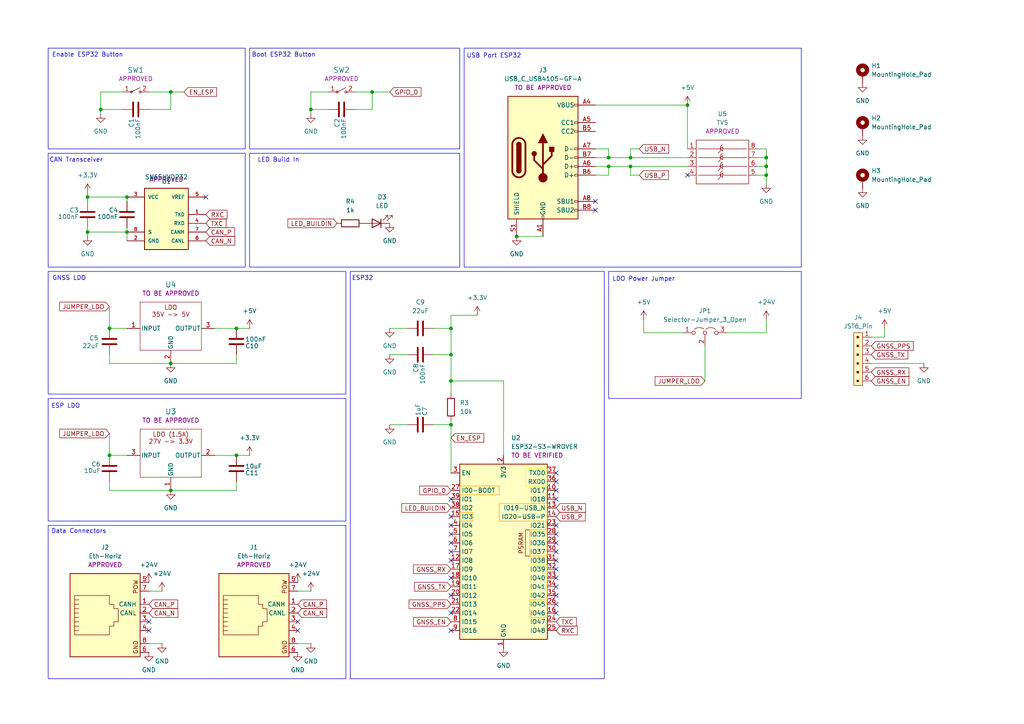
<source format=kicad_sch>
(kicad_sch (version 20231120) (generator "eeschema") (generator_version "8.0")
  (paper "A4")
  (lib_symbols
    (symbol "RoverLibrary:C-100nF" (pin_numbers hide) (pin_names (offset 0.254))
      (property "Reference" "C" (at -2.54 1.27 0))
      (property "Value" "100nF" (at -2.54 -0.635 0))
      (symbol "C-100nF_1_1"
        (pin passive line (at 0 3.81 270) (length 2.794) (name "~") (number "1"))
        (pin passive line (at 0 -3.81 90) (length 2.794) (name "~") (number "2"))
      )
    )
    (symbol "RoverLibrary:C-10uF" (pin_numbers hide) (pin_names (offset 0.254))
      (property "Reference" "C" (at -2.54 1.27 0))
      (property "Value" "10uF" (at -2.54 -0.635 0))
      (symbol "C-10uF_1_1"
        (pin passive line (at 0 3.81 270) (length 2.794) (name "~") (number "1"))
        (pin passive line (at 0 -3.81 90) (length 2.794) (name "~") (number "2"))
      )
    )
    (symbol "RoverLibrary:C-1uF" (pin_numbers hide) (pin_names (offset 0.254))
      (property "Reference" "C" (at -2.54 1.27 0))
      (property "Value" "1uF" (at -2.54 -0.635 0))
      (symbol "C-1uF_1_1"
        (pin passive line (at 0 3.81 270) (length 2.794) (name "~") (number "1"))
        (pin passive line (at 0 -3.81 90) (length 2.794) (name "~") (number "2"))
      )
    )
    (symbol "RoverLibrary:C-22uF" (pin_numbers hide) (pin_names (offset 0.254))
      (property "Reference" "C" (at 0.635 2.54 0))
      (property "Value" "22uF" (at 0.635 -2.54 0))
      (symbol "C-22uF_1_1"
        (pin passive line (at 0 3.81 270) (length 2.794) (name "~") (number "1"))
        (pin passive line (at 0 -3.81 90) (length 2.794) (name "~") (number "2"))
      )
    )
    (symbol "RoverLibrary:CAN-Transceiver-SN65HVD232" (pin_names (offset 1.016))
      (property "Reference" "U" (at 0 7.62 0))
      (property "Value" "SN65HVD232" (at 0 8.89 0))
      (property "STATUS" "APPROVED" (at -0.254 11.43 0))
      (symbol "CAN-Transceiver-SN65HVD232_0_0"
        (pin input line (at 11.43 -1.27 180) (length 5.08) (name "TXD") (number "1"))
        (pin power_in line (at -11.43 -8.89 0) (length 5.08) (name "GND") (number "2"))
        (pin power_in line (at -11.43 3.81 0) (length 5.08) (name "VCC") (number "3"))
        (pin output line (at 11.43 -3.81 180) (length 5.08) (name "RXD") (number "4"))
        (pin output line (at 11.43 3.81 180) (length 5.08) (name "VREF") (number "5"))
        (pin bidirectional line (at 11.43 -8.89 180) (length 5.08) (name "CANL") (number "6"))
        (pin bidirectional line (at 11.43 -6.35 180) (length 5.08) (name "CANH") (number "7"))
        (pin input line (at -11.43 -6.35 0) (length 5.08) (name "S") (number "8"))
      )
    )
    (symbol "RoverLibrary:CONN-JST-XH-B6B"
      (property "Reference" "J" (at 0 0 0))
      (property "Value" "JST6_Pin" (at 0.508 -18.542 0))
      (symbol "CONN-JST-XH-B6B_1_1"
        (pin passive line (at 3.175 -3.175 180) (length 2.54) (name "~") (number "1"))
        (pin passive line (at 3.175 -5.715 180) (length 2.54) (name "~") (number "2"))
        (pin passive line (at 3.175 -8.255 180) (length 2.54) (name "~") (number "3"))
        (pin passive line (at 3.175 -10.795 180) (length 2.54) (name "~") (number "4"))
        (pin passive line (at 3.175 -13.335 180) (length 2.54) (name "~") (number "5"))
        (pin passive line (at 3.175 -15.875 180) (length 2.54) (name "~") (number "6"))
      )
    )
    (symbol "RoverLibrary:ESP32-S3-WROVER"
      (property "Reference" "U" (at -12.7 26.67 0))
      (property "Value" "ESP32-S3-WROVER" (at 12.7 26.67 0))
      (property "STATUS" "TO BE VERIFIED" (at -12.446 28.956 0))
      (symbol "ESP32-S3-WROVER_0_0"
        (text "PSRAM" (at 5.08 2.54 900) (effects (font (size 1.27 1.27))))
      )
      (symbol "ESP32-S3-WROVER_1_1"
        (pin power_in line (at 0 -27.94 90) (length 2.54) (name "GND") (number "1"))
        (pin bidirectional line (at 15.24 17.78 180) (length 2.54) (name "IO17") (number "10"))
        (pin bidirectional line (at 15.24 15.24 180) (length 2.54) (name "IO18") (number "11"))
        (pin bidirectional line (at -15.24 -2.54 0) (length 2.54) (name "IO8") (number "12"))
        (pin bidirectional line (at 15.24 12.7 180) (length 2.54) (name "IO19-USB_N") (number "13"))
        (pin bidirectional line (at 15.24 10.16 180) (length 2.54) (name "IO20-USB-P") (number "14"))
        (pin bidirectional line (at -15.24 10.16 0) (length 2.54) (name "IO3") (number "15"))
        (pin bidirectional line (at 15.24 -17.78 180) (length 2.54) (name "IO46") (number "16"))
        (pin bidirectional line (at -15.24 -5.08 0) (length 2.54) (name "IO9") (number "17"))
        (pin bidirectional line (at -15.24 -7.62 0) (length 2.54) (name "IO10") (number "18"))
        (pin bidirectional line (at -15.24 -10.16 0) (length 2.54) (name "IO11") (number "19"))
        (pin power_in line (at 0 27.94 270) (length 2.54) (name "3V3") (number "2"))
        (pin bidirectional line (at -15.24 -12.7 0) (length 2.54) (name "IO12") (number "20"))
        (pin bidirectional line (at -15.24 -15.24 0) (length 2.54) (name "IO13") (number "21"))
        (pin bidirectional line (at -15.24 -17.78 0) (length 2.54) (name "IO14") (number "22"))
        (pin bidirectional line (at 15.24 7.62 180) (length 2.54) (name "IO21") (number "23"))
        (pin bidirectional line (at 15.24 -20.32 180) (length 2.54) (name "IO47") (number "24"))
        (pin bidirectional line (at 15.24 -22.86 180) (length 2.54) (name "IO48") (number "25"))
        (pin bidirectional line (at 15.24 -15.24 180) (length 2.54) (name "IO45") (number "26"))
        (pin bidirectional line (at -15.24 17.78 0) (length 2.54) (name "IO0-BOOT") (number "27"))
        (pin bidirectional line (at 15.24 5.08 180) (length 2.54) (name "IO35") (number "28"))
        (pin bidirectional line (at 15.24 2.54 180) (length 2.54) (name "IO36") (number "29"))
        (pin input line (at -15.24 22.86 0) (length 2.54) (name "EN") (number "3"))
        (pin bidirectional line (at 15.24 0 180) (length 2.54) (name "IO37") (number "30"))
        (pin bidirectional line (at 15.24 -2.54 180) (length 2.54) (name "IO38") (number "31"))
        (pin bidirectional line (at 15.24 -5.08 180) (length 2.54) (name "IO39") (number "32"))
        (pin bidirectional line (at 15.24 -7.62 180) (length 2.54) (name "IO40") (number "33"))
        (pin bidirectional line (at 15.24 -10.16 180) (length 2.54) (name "IO41") (number "34"))
        (pin bidirectional line (at 15.24 -12.7 180) (length 2.54) (name "IO42") (number "35"))
        (pin bidirectional line (at 15.24 20.32 180) (length 2.54) (name "RXD0") (number "36"))
        (pin bidirectional line (at 15.24 22.86 180) (length 2.54) (name "TXD0") (number "37"))
        (pin bidirectional line (at -15.24 12.7 0) (length 2.54) (name "IO2") (number "38"))
        (pin bidirectional line (at -15.24 15.24 0) (length 2.54) (name "IO1") (number "39"))
        (pin bidirectional line (at -15.24 7.62 0) (length 2.54) (name "IO4") (number "4"))
        (pin passive line (at 0 -27.94 90) (length 2.54) hide (name "GND") (number "40"))
        (pin passive line (at 0 -27.94 90) (length 2.54) hide (name "GND") (number "41"))
        (pin bidirectional line (at -15.24 5.08 0) (length 2.54) (name "IO5") (number "5"))
        (pin bidirectional line (at -15.24 2.54 0) (length 2.54) (name "IO6") (number "6"))
        (pin bidirectional line (at -15.24 0 0) (length 2.54) (name "IO7") (number "7"))
        (pin bidirectional line (at -15.24 -20.32 0) (length 2.54) (name "IO15") (number "8"))
        (pin bidirectional line (at -15.24 -22.86 0) (length 2.54) (name "IO16") (number "9"))
      )
    )
    (symbol "RoverLibrary:Eth-Horiz-54601-908WPLF" (pin_names (offset 1.016))
      (property "Reference" "J" (at -5.08 13.97 0))
      (property "Value" "Eth-Horiz" (at 2.54 13.97 0))
      (property "STATUS" "APPROVED" (at -4.826 16.002 0))
      (symbol "Eth-Horiz-54601-908WPLF_1_1"
        (text "GND" (at 6.35 -8.636 900) (effects (font (size 1.27 1.27))))
        (text "POW" (at 6.35 8.89 900) (effects (font (size 1.27 1.27))))
        (pin passive line (at 10.16 3.81 180) (length 2.54) (name "CANH") (number "1"))
        (pin passive line (at 10.16 1.27 180) (length 2.54) (name "CANL") (number "2"))
        (pin passive line (at 10.16 -1.27 180) (length 2.54) (name "~") (number "3"))
        (pin passive line (at 10.16 -3.81 180) (length 2.54) (name "~") (number "4"))
        (pin passive line (at 10.16 10.16 180) (length 2.54) (name "~") (number "5"))
        (pin passive line (at 10.16 -10.16 180) (length 2.54) (name "~") (number "6"))
        (pin passive line (at 10.16 7.62 180) (length 2.54) (name "~") (number "7"))
        (pin passive line (at 10.16 -7.62 180) (length 2.54) (name "~") (number "8"))
      )
    )
    (symbol "RoverLibrary:LDO-LD1086DT33TR" (pin_names (offset 0.254))
      (property "Reference" "U" (at 0 1.27 0))
      (property "STATUS" "TO BE APPROVED" (at 0 3.302 0))
      (symbol "LDO-LD1086DT33TR_1_1"
        (text "LDO (1.5A)\n27V -> 3.3V\n" (at 0 -2.54 0) (effects (font (size 1.27 1.27))))
        (pin power_out line (at 0 -17.78 90) (length 3.81) (name "GND") (number "1"))
        (pin output line (at 12.7 -7.62 180) (length 3.81) (name "OUTPUT") (number "2"))
        (pin input line (at -12.7 -7.62 0) (length 3.81) (name "INPUT") (number "3"))
      )
    )
    (symbol "RoverLibrary:LDO-LM7805MPX/NOPB" (pin_names (offset 0.254))
      (property "Reference" "U" (at 0 1.27 0))
      (property "STATUS" "TO BE APPROVED" (at 0 3.048 0))
      (symbol "LDO-LM7805MPX/NOPB_1_1"
        (text "LDO\n35V -> 5V\n" (at 0 -2.54 0) (effects (font (size 1.27 1.27))))
        (pin input line (at -12.7 -7.62 0) (length 3.81) (name "INPUT") (number "1"))
        (pin power_out line (at 0 -17.78 90) (length 3.81) (name "GND") (number "2"))
        (pin output line (at 12.7 -7.62 180) (length 3.81) (name "OUTPUT") (number "3"))
      )
    )
    (symbol "RoverLibrary:LED" (pin_numbers hide) (pin_names (offset 1.016) hide)
      (property "Reference" "D" (at 0 2.54 0))
      (property "Value" "LED" (at 0 -2.54 0))
      (symbol "LED_1_1"
        (pin passive line (at -3.81 0 0) (length 2.54) (name "K") (number "1"))
        (pin passive line (at 3.81 0 180) (length 2.54) (name "A") (number "2"))
      )
    )
    (symbol "RoverLibrary:MountingHole_Pad" (pin_numbers hide) (pin_names (offset 1.016) hide) (exclude_from_sim yes) (in_bom no)
      (property "Reference" "H" (at 0 6.35 0))
      (property "Value" "MountingHole_Pad" (at 0 4.445 0))
      (symbol "MountingHole_Pad_1_1"
        (pin input line (at 0 -2.54 90) (length 2.54) (name "1") (number "1"))
      )
    )
    (symbol "RoverLibrary:PushButton-TS09-63-25-WT-160-SMT-TR" (pin_names (offset 0.254))
      (property "Reference" "SW" (at 0 3.81 0))
      (property "STATUS" "APPROVED" (at 0 0 0))
      (symbol "PushButton-TS09-63-25-WT-160-SMT-TR_1_1"
        (pin bidirectional line (at -3.81 0 0) (length 2.54) (name "") (number "1"))
        (pin bidirectional line (at 3.81 0 180) (length 2.54) (name "") (number "2"))
      )
    )
    (symbol "RoverLibrary:R-10k" (pin_numbers hide) (pin_names (offset 0))
      (property "Reference" "R" (at 2.032 0 90))
      (property "Value" "10k" (at 0 0 90))
      (symbol "R-10k_1_1"
        (pin passive line (at 0 3.81 270) (length 1.27) (name "~") (number "1"))
        (pin passive line (at 0 -3.81 90) (length 1.27) (name "~") (number "2"))
      )
    )
    (symbol "RoverLibrary:R-1k" (pin_numbers hide) (pin_names (offset 0))
      (property "Reference" "R" (at 2.032 0 90))
      (property "Value" "1k" (at 0 0 90))
      (symbol "R-1k_1_1"
        (pin passive line (at 0 3.81 270) (length 1.27) (name "~") (number "1"))
        (pin passive line (at 0 -3.81 90) (length 1.27) (name "~") (number "2"))
      )
    )
    (symbol "RoverLibrary:Selector-Jumper_3_Open" (pin_names (offset 0) hide) (exclude_from_sim yes) (in_bom no)
      (property "Reference" "JP" (at -2.54 -2.54 0))
      (property "Value" "Selector-Jumper_3_Open" (at 0 2.794 0))
      (symbol "Selector-Jumper_3_Open_1_1"
        (pin passive line (at -6.35 0 0) (length 2.54) (name "A") (number "1"))
        (pin passive line (at 0 -3.81 90) (length 2.54) (name "C") (number "2"))
        (pin passive line (at 6.35 0 180) (length 2.54) (name "B") (number "3"))
      )
    )
    (symbol "RoverLibrary:TVS-SMDB03CE3/TR7TR-ND"
      (property "Reference" "U" (at 0 1.27 0))
      (property "Value" "TVS" (at 0 0 0))
      (property "STATYS" "APPROVED" (at 0 2.794 0))
      (symbol "TVS-SMDB03CE3/TR7TR-ND_1_1"
        (pin passive line (at -10.16 -3.81 0) (length 2.54) (name "") (number "1"))
        (pin passive line (at -10.16 -6.35 0) (length 2.54) (name "") (number "2"))
        (pin passive line (at -10.16 -8.89 0) (length 2.54) (name "") (number "3"))
        (pin passive line (at -10.16 -11.43 0) (length 2.54) (name "") (number "4"))
        (pin passive line (at 10.16 -11.43 180) (length 2.54) (name "") (number "5"))
        (pin passive line (at 10.16 -8.89 180) (length 2.54) (name "") (number "6"))
        (pin passive line (at 10.16 -6.35 180) (length 2.54) (name "") (number "7"))
        (pin passive line (at 10.16 -3.81 180) (length 2.54) (name "") (number "8"))
      )
    )
    (symbol "RoverLibrary:USB_C_USB4105-GF-A" (pin_names (offset 1.016))
      (property "Reference" "J" (at 0 22.225 0))
      (property "Value" "USB_C_USB4105-GF-A" (at 0 19.685 0))
      (property "STATUS" "TO BE APPROVED" (at 0 24.13 0))
      (symbol "USB_C_USB4105-GF-A_1_1"
        (pin passive line (at 0 -22.86 90) (length 5.08) (name "GND") (number "A1"))
        (pin passive line (at 0 -22.86 90) (length 5.08) hide (name "GND") (number "A12"))
        (pin passive line (at 15.24 15.24 180) (length 5.08) (name "VBUS") (number "A4"))
        (pin bidirectional line (at 15.24 10.16 180) (length 5.08) (name "CC1") (number "A5"))
        (pin bidirectional line (at 15.24 -2.54 180) (length 5.08) (name "D+") (number "A6"))
        (pin bidirectional line (at 15.24 2.54 180) (length 5.08) (name "D-") (number "A7"))
        (pin bidirectional line (at 15.24 -12.7 180) (length 5.08) (name "SBU1") (number "A8"))
        (pin passive line (at 15.24 15.24 180) (length 5.08) hide (name "VBUS") (number "A9"))
        (pin passive line (at 0 -22.86 90) (length 5.08) hide (name "GND") (number "B1"))
        (pin passive line (at 0 -22.86 90) (length 5.08) hide (name "GND") (number "B12"))
        (pin passive line (at 15.24 15.24 180) (length 5.08) hide (name "VBUS") (number "B4"))
        (pin bidirectional line (at 15.24 7.62 180) (length 5.08) (name "CC2") (number "B5"))
        (pin bidirectional line (at 15.24 -5.08 180) (length 5.08) (name "D+") (number "B6"))
        (pin bidirectional line (at 15.24 0 180) (length 5.08) (name "D-") (number "B7"))
        (pin bidirectional line (at 15.24 -15.24 180) (length 5.08) (name "SBU2") (number "B8"))
        (pin passive line (at 15.24 15.24 180) (length 5.08) hide (name "VBUS") (number "B9"))
        (pin passive line (at -7.62 -22.86 90) (length 5.08) (name "SHIELD") (number "S1"))
      )
    )
    (symbol "power:+24V" (power) (pin_numbers hide) (pin_names (offset 0) hide)
      (property "Value" "+24V" (at 0 3.556 0))
      (symbol "+24V_1_1"
        (pin power_in line (at 0 0 90) (length 0) (name "~") (number "1"))
      )
    )
    (symbol "power:+3.3V" (power) (pin_numbers hide) (pin_names (offset 0) hide)
      (property "Value" "+3.3V" (at 0 3.556 0))
      (symbol "+3.3V_1_1"
        (pin power_in line (at 0 0 90) (length 0) (name "~") (number "1"))
      )
    )
    (symbol "power:+5V" (power) (pin_numbers hide) (pin_names (offset 0) hide)
      (property "Value" "+5V" (at 0 3.556 0))
      (symbol "+5V_1_1"
        (pin power_in line (at 0 0 90) (length 0) (name "~") (number "1"))
      )
    )
    (symbol "power:GND" (power) (pin_numbers hide) (pin_names (offset 0) hide)
      (property "Value" "GND" (at 0 -3.81 0))
      (symbol "GND_1_1"
        (pin power_in line (at 0 0 270) (length 0) (name "~") (number "1"))
      )
    )
  )
  (junction (at 68.58 132.08))
  (junction (at 36.83 57.15))
  (junction (at 149.86 68.58))
  (junction (at 222.25 50.8))
  (junction (at 68.58 95.25))
  (junction (at 222.25 45.72))
  (junction (at 31.75 132.08))
  (junction (at 199.39 30.48))
  (junction (at 49.53 142.24))
  (junction (at 182.88 48.26))
  (junction (at 176.53 45.72))
  (junction (at 130.81 123.19))
  (junction (at 36.83 67.31))
  (junction (at 176.53 48.26))
  (junction (at 107.95 26.67))
  (junction (at 29.21 31.75))
  (junction (at 130.81 102.87))
  (junction (at 90.17 31.75))
  (junction (at 25.4 67.31))
  (junction (at 182.88 45.72))
  (junction (at 49.53 26.67))
  (junction (at 222.25 48.26))
  (junction (at 25.4 57.15))
  (junction (at 130.81 110.49))
  (junction (at 31.75 95.25))
  (junction (at 130.81 95.25))
  (junction (at 49.53 105.41))
  (no_connect (at 161.29 160.02))
  (no_connect (at 130.81 172.72))
  (no_connect (at 86.36 182.88))
  (no_connect (at 130.81 157.48))
  (no_connect (at 130.81 149.86))
  (no_connect (at 161.29 177.8))
  (no_connect (at 161.29 175.26))
  (no_connect (at 161.29 152.4))
  (no_connect (at 130.81 152.4))
  (no_connect (at 130.81 162.56))
  (no_connect (at 130.81 154.94))
  (no_connect (at 161.29 144.78))
  (no_connect (at 59.69 57.15))
  (no_connect (at 130.81 167.64))
  (no_connect (at 130.81 160.02))
  (no_connect (at 43.18 180.34))
  (no_connect (at 86.36 180.34))
  (no_connect (at 161.29 167.64))
  (no_connect (at 172.72 58.42))
  (no_connect (at 161.29 142.24))
  (no_connect (at 172.72 60.96))
  (no_connect (at 43.18 182.88))
  (no_connect (at 161.29 165.1))
  (no_connect (at 199.39 50.8))
  (no_connect (at 161.29 137.16))
  (no_connect (at 130.81 144.78))
  (no_connect (at 130.81 182.88))
  (no_connect (at 161.29 157.48))
  (no_connect (at 161.29 139.7))
  (no_connect (at 161.29 162.56))
  (no_connect (at 161.29 154.94))
  (no_connect (at 130.81 177.8))
  (no_connect (at 161.29 170.18))
  (no_connect (at 161.29 172.72))
  (wire (pts (xy 182.88 48.26) (xy 199.39 48.26)))
  (wire (pts (xy 68.58 102.87) (xy 68.58 105.41)))
  (wire (pts (xy 222.25 43.18) (xy 222.25 45.72)))
  (wire (pts (xy 35.56 26.67) (xy 29.21 26.67)))
  (wire (pts (xy 68.58 132.08) (xy 72.39 132.08)))
  (wire (pts (xy 36.83 66.04) (xy 36.83 67.31)))
  (wire (pts (xy 172.72 48.26) (xy 176.53 48.26)))
  (wire (pts (xy 222.25 48.26) (xy 222.25 50.8)))
  (wire (pts (xy 90.17 31.75) (xy 95.25 31.75)))
  (wire (pts (xy 68.58 95.25) (xy 72.39 95.25)))
  (wire (pts (xy 130.81 102.87) (xy 130.81 110.49)))
  (wire (pts (xy 86.36 171.45) (xy 90.17 171.45)))
  (wire (pts (xy 130.81 91.44) (xy 130.81 95.25)))
  (wire (pts (xy 219.71 48.26) (xy 222.25 48.26)))
  (wire (pts (xy 25.4 55.88) (xy 25.4 57.15)))
  (wire (pts (xy 29.21 26.67) (xy 29.21 31.75)))
  (wire (pts (xy 219.71 50.8) (xy 222.25 50.8)))
  (wire (pts (xy 186.69 92.71) (xy 186.69 96.52)))
  (wire (pts (xy 182.88 45.72) (xy 199.39 45.72)))
  (wire (pts (xy 43.18 186.69) (xy 46.99 186.69)))
  (wire (pts (xy 125.73 123.19) (xy 130.81 123.19)))
  (wire (pts (xy 130.81 123.19) (xy 130.81 137.16)))
  (wire (pts (xy 49.53 26.67) (xy 53.34 26.67)))
  (wire (pts (xy 25.4 66.04) (xy 25.4 67.31)))
  (wire (pts (xy 172.72 43.18) (xy 176.53 43.18)))
  (wire (pts (xy 113.03 95.25) (xy 118.11 95.25)))
  (wire (pts (xy 125.73 95.25) (xy 130.81 95.25)))
  (wire (pts (xy 182.88 43.18) (xy 185.42 43.18)))
  (wire (pts (xy 25.4 67.31) (xy 25.4 68.58)))
  (wire (pts (xy 90.17 26.67) (xy 90.17 31.75)))
  (wire (pts (xy 113.03 102.87) (xy 118.11 102.87)))
  (wire (pts (xy 36.83 67.31) (xy 25.4 67.31)))
  (wire (pts (xy 176.53 48.26) (xy 182.88 48.26)))
  (wire (pts (xy 107.95 31.75) (xy 102.87 31.75)))
  (wire (pts (xy 95.25 26.67) (xy 90.17 26.67)))
  (wire (pts (xy 182.88 50.8) (xy 185.42 50.8)))
  (wire (pts (xy 62.23 132.08) (xy 68.58 132.08)))
  (wire (pts (xy 43.18 26.67) (xy 49.53 26.67)))
  (wire (pts (xy 210.82 96.52) (xy 222.25 96.52)))
  (wire (pts (xy 49.53 31.75) (xy 43.18 31.75)))
  (wire (pts (xy 49.53 105.41) (xy 68.58 105.41)))
  (wire (pts (xy 31.75 125.73) (xy 31.75 132.08)))
  (wire (pts (xy 29.21 31.75) (xy 29.21 33.02)))
  (wire (pts (xy 256.54 95.25) (xy 256.54 97.79)))
  (wire (pts (xy 222.25 50.8) (xy 222.25 53.34)))
  (wire (pts (xy 252.73 97.79) (xy 256.54 97.79)))
  (wire (pts (xy 49.53 142.24) (xy 68.58 142.24)))
  (wire (pts (xy 31.75 95.25) (xy 36.83 95.25)))
  (wire (pts (xy 113.03 123.19) (xy 118.11 123.19)))
  (wire (pts (xy 130.81 95.25) (xy 130.81 102.87)))
  (wire (pts (xy 149.86 68.58) (xy 157.48 68.58)))
  (wire (pts (xy 146.05 110.49) (xy 146.05 132.08)))
  (wire (pts (xy 31.75 142.24) (xy 49.53 142.24)))
  (wire (pts (xy 31.75 102.87) (xy 31.75 105.41)))
  (wire (pts (xy 130.81 121.92) (xy 130.81 123.19)))
  (wire (pts (xy 182.88 48.26) (xy 182.88 50.8)))
  (wire (pts (xy 36.83 57.15) (xy 36.83 58.42)))
  (wire (pts (xy 172.72 50.8) (xy 176.53 50.8)))
  (wire (pts (xy 219.71 43.18) (xy 222.25 43.18)))
  (wire (pts (xy 90.17 31.75) (xy 90.17 33.02)))
  (wire (pts (xy 176.53 48.26) (xy 176.53 50.8)))
  (wire (pts (xy 102.87 26.67) (xy 107.95 26.67)))
  (wire (pts (xy 107.95 26.67) (xy 113.03 26.67)))
  (wire (pts (xy 252.73 105.41) (xy 267.97 105.41)))
  (wire (pts (xy 62.23 95.25) (xy 68.58 95.25)))
  (wire (pts (xy 29.21 31.75) (xy 35.56 31.75)))
  (wire (pts (xy 25.4 57.15) (xy 25.4 58.42)))
  (wire (pts (xy 43.18 171.45) (xy 46.99 171.45)))
  (wire (pts (xy 172.72 30.48) (xy 199.39 30.48)))
  (wire (pts (xy 172.72 45.72) (xy 176.53 45.72)))
  (wire (pts (xy 86.36 186.69) (xy 90.17 186.69)))
  (wire (pts (xy 130.81 110.49) (xy 146.05 110.49)))
  (wire (pts (xy 31.75 132.08) (xy 36.83 132.08)))
  (wire (pts (xy 49.53 105.41) (xy 31.75 105.41)))
  (wire (pts (xy 130.81 91.44) (xy 138.43 91.44)))
  (wire (pts (xy 130.81 110.49) (xy 130.81 114.3)))
  (wire (pts (xy 36.83 67.31) (xy 36.83 69.85)))
  (wire (pts (xy 186.69 96.52) (xy 198.12 96.52)))
  (wire (pts (xy 68.58 139.7) (xy 68.58 142.24)))
  (wire (pts (xy 204.47 100.33) (xy 204.47 110.49)))
  (wire (pts (xy 31.75 88.9) (xy 31.75 95.25)))
  (wire (pts (xy 107.95 26.67) (xy 107.95 31.75)))
  (wire (pts (xy 176.53 45.72) (xy 182.88 45.72)))
  (wire (pts (xy 36.83 57.15) (xy 25.4 57.15)))
  (wire (pts (xy 219.71 45.72) (xy 222.25 45.72)))
  (wire (pts (xy 125.73 102.87) (xy 130.81 102.87)))
  (wire (pts (xy 182.88 45.72) (xy 182.88 43.18)))
  (wire (pts (xy 49.53 26.67) (xy 49.53 31.75)))
  (wire (pts (xy 31.75 139.7) (xy 31.75 142.24)))
  (wire (pts (xy 199.39 30.48) (xy 199.39 43.18)))
  (wire (pts (xy 222.25 45.72) (xy 222.25 48.26)))
  (wire (pts (xy 176.53 43.18) (xy 176.53 45.72)))
  (wire (pts (xy 222.25 92.71) (xy 222.25 96.52)))
  (rectangle (start 176.53 78.74) (end 232.41 115.57))
  (rectangle (start 13.97 44.45) (end 71.12 77.47))
  (rectangle (start 13.97 78.74) (end 100.33 114.3))
  (rectangle (start 101.6 78.74) (end 175.26 196.85))
  (rectangle (start 72.39 44.45) (end 133.35 77.47))
  (rectangle (start 29.21 29.21) (end 29.21 29.21))
  (rectangle (start 134.62 13.97) (end 232.41 77.47))
  (rectangle (start 13.97 13.97) (end 71.12 43.18))
  (rectangle (start 72.39 13.97) (end 133.35 43.18))
  (rectangle (start 13.97 152.4) (end 100.33 196.85))
  (rectangle (start 13.97 115.57) (end 100.33 151.13))
  (text "Enable ESP32 Button" (at 25.4 16.002 0) (effects (font (size 1.27 1.27))))
  (text "Data Connectors" (at 22.86 154.178 0) (effects (font (size 1.27 1.27))))
  (text "Boot ESP32 Button" (at 82.296 16.002 0) (effects (font (size 1.27 1.27))))
  (text "LED Build In" (at 80.772 46.482 0) (effects (font (size 1.27 1.27))))
  (text "ESP32" (at 105.156 80.772 0) (effects (font (size 1.27 1.27))))
  (text "CAN Transceiver" (at 22.098 46.482 0) (effects (font (size 1.27 1.27))))
  (text "ESP LDO" (at 19.05 117.856 0) (effects (font (size 1.27 1.27))))
  (text "GNSS LDO" (at 20.066 80.772 0) (effects (font (size 1.27 1.27))))
  (text "LDO Power Jumper" (at 186.69 81.026 0) (effects (font (size 1.27 1.27))))
  (text "USB Port ESP32" (at 143.256 16.256 0) (effects (font (size 1.27 1.27))))
  (global_label "GPIO_0" (shape input) (at 113.03 26.67 0) (property "Intersheetrefs" "${INTERSHEET_REFS}" (effects (hide yes))))
  (global_label "RXC" (shape input) (at 161.29 182.88 0) (property "Intersheetrefs" "${INTERSHEET_REFS}" (effects (hide yes))))
  (global_label "GNSS_RX" (shape input) (at 130.81 165.1 180) (property "Intersheetrefs" "${INTERSHEET_REFS}" (effects (hide yes))))
  (global_label "GNSS_EN" (shape input) (at 130.81 180.34 180) (property "Intersheetrefs" "${INTERSHEET_REFS}" (effects (hide yes))))
  (global_label "CAN_P" (shape input) (at 43.18 175.26 0) (property "Intersheetrefs" "${INTERSHEET_REFS}" (effects (hide yes))))
  (global_label "EN_ESP" (shape input) (at 53.34 26.67 0) (property "Intersheetrefs" "${INTERSHEET_REFS}" (effects (hide yes))))
  (global_label "USB_N" (shape input) (at 185.42 43.18 0) (property "Intersheetrefs" "${INTERSHEET_REFS}" (effects (hide yes))))
  (global_label "GNSS_EN" (shape input) (at 252.73 110.49 0) (property "Intersheetrefs" "${INTERSHEET_REFS}" (effects (hide yes))))
  (global_label "JUMPER_LDO" (shape input) (at 31.75 88.9 180) (property "Intersheetrefs" "${INTERSHEET_REFS}" (effects (hide yes))))
  (global_label "GNSS_RX" (shape input) (at 252.73 107.95 0) (property "Intersheetrefs" "${INTERSHEET_REFS}" (effects (hide yes))))
  (global_label "TXC" (shape input) (at 59.69 64.77 0) (property "Intersheetrefs" "${INTERSHEET_REFS}" (effects (hide yes))))
  (global_label "USB_N" (shape input) (at 161.29 147.32 0) (property "Intersheetrefs" "${INTERSHEET_REFS}" (effects (hide yes))))
  (global_label "TXC" (shape input) (at 161.29 180.34 0) (property "Intersheetrefs" "${INTERSHEET_REFS}" (effects (hide yes))))
  (global_label "RXC" (shape input) (at 59.69 62.23 0) (property "Intersheetrefs" "${INTERSHEET_REFS}" (effects (hide yes))))
  (global_label "USB_P" (shape input) (at 185.42 50.8 0) (property "Intersheetrefs" "${INTERSHEET_REFS}" (effects (hide yes))))
  (global_label "CAN_P" (shape input) (at 59.69 67.31 0) (property "Intersheetrefs" "${INTERSHEET_REFS}" (effects (hide yes))))
  (global_label "LED_BUILDIN" (shape input) (at 130.81 147.32 180) (property "Intersheetrefs" "${INTERSHEET_REFS}" (effects (hide yes))))
  (global_label "GNSS_TX" (shape input) (at 130.81 170.18 180) (property "Intersheetrefs" "${INTERSHEET_REFS}" (effects (hide yes))))
  (global_label "GNSS_TX" (shape input) (at 252.73 102.87 0) (property "Intersheetrefs" "${INTERSHEET_REFS}" (effects (hide yes))))
  (global_label "LED_BUILDIN" (shape input) (at 97.79 64.77 180) (property "Intersheetrefs" "${INTERSHEET_REFS}" (effects (hide yes))))
  (global_label "CAN_N" (shape input) (at 86.36 177.8 0) (property "Intersheetrefs" "${INTERSHEET_REFS}" (effects (hide yes))))
  (global_label "CAN_P" (shape input) (at 86.36 175.26 0) (property "Intersheetrefs" "${INTERSHEET_REFS}" (effects (hide yes))))
  (global_label "JUMPER_LDO" (shape input) (at 204.47 110.49 180) (property "Intersheetrefs" "${INTERSHEET_REFS}" (effects (hide yes))))
  (global_label "JUMPER_LDO" (shape input) (at 31.75 125.73 180) (property "Intersheetrefs" "${INTERSHEET_REFS}" (effects (hide yes))))
  (global_label "USB_P" (shape input) (at 161.29 149.86 0) (property "Intersheetrefs" "${INTERSHEET_REFS}" (effects (hide yes))))
  (global_label "GNSS_PPS" (shape input) (at 130.81 175.26 180) (property "Intersheetrefs" "${INTERSHEET_REFS}" (effects (hide yes))))
  (global_label "EN_ESP" (shape input) (at 130.81 127 0) (property "Intersheetrefs" "${INTERSHEET_REFS}" (effects (hide yes))))
  (global_label "GPIO_0" (shape input) (at 130.81 142.24 180) (property "Intersheetrefs" "${INTERSHEET_REFS}" (effects (hide yes))))
  (global_label "GNSS_PPS" (shape input) (at 252.73 100.33 0) (property "Intersheetrefs" "${INTERSHEET_REFS}" (effects (hide yes))))
  (global_label "CAN_N" (shape input) (at 59.69 69.85 0) (property "Intersheetrefs" "${INTERSHEET_REFS}" (effects (hide yes))))
  (global_label "CAN_N" (shape input) (at 43.18 177.8 0) (property "Intersheetrefs" "${INTERSHEET_REFS}" (effects (hide yes))))
  (symbol (lib_id "RoverLibrary:LDO-LD1086DT33TR") (at 49.53 124.46 0) (unit 1)
    (property "Reference" "U3" (at 49.53 119.38 0) (effects (font (size 1.524 1.524))))
    (property "Value" "LD1086DT33TR" (effects (hide yes)))
    (property "Footprint" "Package_TO_SOT_SMD:TO-252-2" (effects (hide yes)))
    (property "Datasheet" "https://www.st.com/content/ccc/resource/technical/document/datasheet/53/db/00/58/09/98/4b/36/CD00001884.pdf/files/CD00001884.pdf/jcr:content/translations/en.CD00001884.pdf" (effects (hide yes)))
    (property "Digikey" "https://www.digikey.ca/en/products/detail/stmicroelectronics/LD1086DT33TR/669239" (effects (hide yes)))
    (property "STATUS" "TO BE APPROVED" (at 49.53 121.92 0))
  )
  (symbol (lib_id "RoverLibrary:TVS-SMDB03CE3/TR7TR-ND") (at 209.55 39.37 0) (unit 1)
    (property "Reference" "U5" (at 209.55 33.02 0))
    (property "Value" "TVS" (at 209.55 35.56 0))
    (property "Footprint" "Package_SO:SOIC-8_3.9x4.9mm_P1.27mm" (effects (hide yes)))
    (property "STATYS" "APPROVED" (at 209.55 38.1 0))
  )
  (symbol (lib_id "RoverLibrary:C-100nF") (at 121.92 102.87 90) (unit 1)
    (property "Reference" "C8" (at 120.65 105.41 0) (effects (justify right)))
    (property "Value" "100nF" (at 122.555 105.41 0) (effects (justify right)))
    (property "Footprint" "Capacitor_SMD:C_0805_2012Metric_Pad1.18x1.45mm_HandSolder" (effects (hide yes)))
    (property "Description" "Unpolarized capacitor" (effects (hide yes)))
  )
  (symbol (lib_id "RoverLibrary:USB_C_USB4105-GF-A") (at 157.48 45.72 0) (unit 1)
    (property "Reference" "J3" (at 157.48 20.32 0))
    (property "Value" "USB_C_USB4105-GF-A" (at 157.48 22.86 0))
    (property "Footprint" "Connector_USB:USB_C_Receptacle_GCT_USB4105-xx-A_16P_TopMnt_Horizontal" (effects (hide yes)))
    (property "Datasheet" "https://www.usb.org/sites/default/files/documents/usb_type-c.zip" (effects (hide yes)))
    (property "Description" "USB 2.0-only 16P Type-C Receptacle connector" (effects (hide yes)))
    (property "STATUS" "TO BE APPROVED" (at 157.48 25.4 0))
  )
  (symbol (lib_id "power:GND") (at 86.36 189.23 0) (unit 1)
    (property "Reference" "#PWR023" (effects (hide yes)))
    (property "Value" "GND" (at 86.36 194.31 0))
    (property "Description" "Power symbol creates a global label with name \"GND\" , ground" (effects (hide yes)))
  )
  (symbol (lib_id "RoverLibrary:Eth-Horiz-54601-908WPLF") (at 76.2 179.07 0) (unit 1)
    (property "Reference" "J1" (at 73.66 158.75 0))
    (property "Value" "Eth-Horiz" (at 73.66 161.29 0))
    (property "Footprint" "RoverFootprint:Ethernet_Horizontal" (effects (hide yes)))
    (property "Description" "RJ connector, 8P8C (8 positions 8 connected), RJ31/RJ32/RJ33/RJ34/RJ35/RJ41/RJ45/RJ49/RJ61" (effects (hide yes)))
    (property "STATUS" "APPROVED" (at 73.66 163.83 0))
  )
  (symbol (lib_id "power:+5V") (at 186.69 92.71 0) (unit 1)
    (property "Reference" "#PWR08" (effects (hide yes)))
    (property "Value" "+5V" (at 186.69 87.63 0))
    (property "Description" "Power symbol creates a global label with name \"+5V\"" (effects (hide yes)))
  )
  (symbol (lib_id "power:GND") (at 113.03 102.87 0) (unit 1)
    (property "Reference" "#PWR019" (effects (hide yes)))
    (property "Value" "GND" (at 113.03 107.95 0))
    (property "Description" "Power symbol creates a global label with name \"GND\" , ground" (effects (hide yes)))
  )
  (symbol (lib_id "power:+3.3V") (at 25.4 55.88 0) (unit 1)
    (property "Reference" "#PWR06" (effects (hide yes)))
    (property "Value" "+3.3V" (at 25.4 50.8 0))
    (property "Description" "Power symbol creates a global label with name \"+3.3V\"" (effects (hide yes)))
  )
  (symbol (lib_id "RoverLibrary:MountingHole_Pad") (at 250.19 52.07 0) (unit 1) (exclude_from_sim yes) (in_bom no)
    (property "Reference" "H3" (at 252.73 49.5299 0) (effects (justify left)))
    (property "Value" "MountingHole_Pad" (at 252.73 52.0699 0) (effects (justify left)))
    (property "Footprint" "MountingHole:MountingHole_3.2mm_M3_DIN965_Pad_TopBottom" (effects (hide yes)))
    (property "Description" "Mounting Hole with connection" (effects (hide yes)))
  )
  (symbol (lib_id "power:GND") (at 29.21 33.02 0) (unit 1)
    (property "Reference" "#PWR03" (effects (hide yes)))
    (property "Value" "GND" (at 29.21 38.1 0))
    (property "Description" "Power symbol creates a global label with name \"GND\" , ground" (effects (hide yes)))
  )
  (symbol (lib_id "RoverLibrary:Selector-Jumper_3_Open") (at 204.47 96.52 0) (unit 1) (exclude_from_sim yes) (in_bom no)
    (property "Reference" "JP1" (at 204.47 90.17 0))
    (property "Value" "Selector-Jumper_3_Open" (at 204.47 92.71 0))
    (property "Footprint" "Connector_PinHeader_2.54mm:PinHeader_1x03_P2.54mm_Vertical" (effects (hide yes)))
    (property "Description" "Jumper, 3-pole, both open" (effects (hide yes)))
  )
  (symbol (lib_id "power:GND") (at 90.17 33.02 0) (unit 1)
    (property "Reference" "#PWR04" (effects (hide yes)))
    (property "Value" "GND" (at 90.17 38.1 0))
    (property "Description" "Power symbol creates a global label with name \"GND\" , ground" (effects (hide yes)))
  )
  (symbol (lib_id "power:GND") (at 222.25 53.34 0) (unit 1)
    (property "Reference" "#PWR027" (effects (hide yes)))
    (property "Value" "GND" (at 222.25 58.42 0))
    (property "Description" "Power symbol creates a global label with name \"GND\" , ground" (effects (hide yes)))
  )
  (symbol (lib_id "RoverLibrary:C-1uF") (at 121.92 123.19 270) (unit 1)
    (property "Reference" "C7" (at 123.19 120.65 0) (effects (justify right)))
    (property "Value" "1uF" (at 121.285 120.65 0) (effects (justify right)))
    (property "Footprint" "Capacitor_SMD:C_0805_2012Metric_Pad1.18x1.45mm_HandSolder" (effects (hide yes)))
    (property "Description" "Unpolarized capacitor" (effects (hide yes)))
  )
  (symbol (lib_id "power:GND") (at 146.05 187.96 0) (unit 1)
    (property "Reference" "#PWR017" (effects (hide yes)))
    (property "Value" "GND" (at 146.05 193.04 0))
    (property "Description" "Power symbol creates a global label with name \"GND\" , ground" (effects (hide yes)))
  )
  (symbol (lib_id "power:GND") (at 90.17 186.69 0) (unit 1)
    (property "Reference" "#PWR024" (effects (hide yes)))
    (property "Value" "GND" (at 90.17 191.77 0))
    (property "Description" "Power symbol creates a global label with name \"GND\" , ground" (effects (hide yes)))
  )
  (symbol (lib_id "power:+5V") (at 72.39 95.25 0) (unit 1)
    (property "Reference" "#PWR09" (effects (hide yes)))
    (property "Value" "+5V" (at 72.39 90.17 0))
    (property "Description" "Power symbol creates a global label with name \"+5V\"" (effects (hide yes)))
  )
  (symbol (lib_id "power:GND") (at 25.4 68.58 0) (unit 1)
    (property "Reference" "#PWR05" (effects (hide yes)))
    (property "Value" "GND" (at 25.4 73.66 0))
    (property "Description" "Power symbol creates a global label with name \"GND\" , ground" (effects (hide yes)))
  )
  (symbol (lib_id "RoverLibrary:C-100nF") (at 39.37 31.75 90) (unit 1)
    (property "Reference" "C1" (at 38.1 34.29 0) (effects (justify right)))
    (property "Value" "100nF" (at 40.005 34.29 0) (effects (justify right)))
    (property "Footprint" "Capacitor_SMD:C_0805_2012Metric_Pad1.18x1.45mm_HandSolder" (effects (hide yes)))
    (property "Description" "Unpolarized capacitor" (effects (hide yes)))
  )
  (symbol (lib_id "RoverLibrary:R-10k") (at 130.81 118.11 0) (unit 1)
    (property "Reference" "R3" (at 133.35 116.8399 0) (effects (justify left)))
    (property "Value" "10k" (at 133.35 119.3799 0) (effects (justify left)))
    (property "Footprint" "Resistor_SMD:R_0805_2012Metric_Pad1.20x1.40mm_HandSolder" (effects (hide yes)))
    (property "Description" "Resistor" (effects (hide yes)))
  )
  (symbol (lib_id "RoverLibrary:C-22uF") (at 121.92 95.25 90) (unit 1)
    (property "Reference" "C9" (at 121.92 87.63 90))
    (property "Value" "22uF" (at 121.92 90.17 90))
    (property "Footprint" "Capacitor_SMD:C_0805_2012Metric_Pad1.18x1.45mm_HandSolder" (effects (hide yes)))
    (property "Description" "Unpolarized capacitor" (effects (hide yes)))
  )
  (symbol (lib_id "RoverLibrary:Eth-Horiz-54601-908WPLF") (at 33.02 179.07 0) (unit 1)
    (property "Reference" "J2" (at 30.48 158.75 0))
    (property "Value" "Eth-Horiz" (at 30.48 161.29 0))
    (property "Footprint" "RoverFootprint:Ethernet_Horizontal" (effects (hide yes)))
    (property "Description" "RJ connector, 8P8C (8 positions 8 connected), RJ31/RJ32/RJ33/RJ34/RJ35/RJ41/RJ45/RJ49/RJ61" (effects (hide yes)))
    (property "STATUS" "APPROVED" (at 30.48 163.83 0))
  )
  (symbol (lib_id "RoverLibrary:PushButton-TS09-63-25-WT-160-SMT-TR") (at 99.06 26.67 0) (unit 1)
    (property "Reference" "SW2" (at 99.06 20.32 0) (effects (font (size 1.524 1.524))))
    (property "Value" "TS09-63-25-WT-160-SMT-TR" (effects (hide yes)))
    (property "Footprint" "Button_Switch_SMD:SW_DIP_SPSTx01_Slide_6.7x4.1mm_W8.61mm_P2.54mm_LowProfile" (effects (hide yes)))
    (property "Datasheet" "TS09-63-25-WT-160-SMT-TR" (effects (hide yes)))
    (property "Description" "SMD Push button" (effects (hide yes)))
    (property "Digikey" "https://www.digikey.ca/en/products/detail/same-sky-formerly-cui-devices/TS09-63-25-WT-160-SMT-TR/15839066?s=N4IgTCBcDaICoGUAMBOAtANgMxrAVjQHU40BGDJNBAWRLgCUQBdAXyA" (effects (hide yes)))
    (property "STATUS" "APPROVED" (at 99.06 22.86 0))
  )
  (symbol (lib_id "RoverLibrary:ESP32-S3-WROVER") (at 146.05 160.02 0) (unit 1)
    (property "Reference" "U2" (at 148.2441 127 0) (effects (justify left)))
    (property "Value" "ESP32-S3-WROVER" (at 148.2441 129.54 0) (effects (justify left)))
    (property "Footprint" "RF_Module:ESP32-S3-WROOM-1U" (effects (hide yes)))
    (property "Datasheet" "https://www.espressif.com/sites/default/files/documentation/esp32-s3-wroom-1_wroom-1u_datasheet_en.pdf" (effects (hide yes)))
    (property "Description" "RF Module, ESP32-S3 SoC, Wi-Fi 802.11b/g/n, Bluetooth, BLE, 32-bit, 3.3V, onboard antenna, SMD" (effects (hide yes)))
    (property "Digikey Link" "https://www.digikey.ca/en/products/detail/espressif-systems/ESP32-S3-WROOM-1U-N8/16162635" (effects (hide yes)))
    (property "STATUS" "TO BE VERIFIED" (at 148.2441 132.08 0) (effects (justify left)))
  )
  (symbol (lib_id "RoverLibrary:MountingHole_Pad") (at 250.19 21.59 0) (unit 1) (exclude_from_sim yes) (in_bom no)
    (property "Reference" "H1" (at 252.73 19.0499 0) (effects (justify left)))
    (property "Value" "MountingHole_Pad" (at 252.73 21.5899 0) (effects (justify left)))
    (property "Footprint" "MountingHole:MountingHole_3.2mm_M3_DIN965_Pad_TopBottom" (effects (hide yes)))
    (property "Description" "Mounting Hole with connection" (effects (hide yes)))
  )
  (symbol (lib_id "power:+5V") (at 256.54 95.25 0) (unit 1)
    (property "Reference" "#PWR013" (effects (hide yes)))
    (property "Value" "+5V" (at 256.54 90.17 0))
    (property "Description" "Power symbol creates a global label with name \"+5V\"" (effects (hide yes)))
  )
  (symbol (lib_id "power:GND") (at 250.19 39.37 0) (unit 1)
    (property "Reference" "#PWR031" (effects (hide yes)))
    (property "Value" "GND" (at 250.19 44.45 0))
    (property "Description" "Power symbol creates a global label with name \"GND\" , ground" (effects (hide yes)))
  )
  (symbol (lib_id "power:GND") (at 113.03 64.77 0) (unit 1)
    (property "Reference" "#PWR022" (effects (hide yes)))
    (property "Value" "GND" (at 113.03 69.85 0))
    (property "Description" "Power symbol creates a global label with name \"GND\" , ground" (effects (hide yes)))
  )
  (symbol (lib_id "RoverLibrary:C-100nF") (at 36.83 62.23 0) (unit 1)
    (property "Reference" "C4" (at 34.29 60.96 0) (effects (justify right)))
    (property "Value" "100nF" (at 34.29 62.865 0) (effects (justify right)))
    (property "Footprint" "Capacitor_SMD:C_0805_2012Metric_Pad1.18x1.45mm_HandSolder" (effects (hide yes)))
    (property "Description" "Unpolarized capacitor" (effects (hide yes)))
  )
  (symbol (lib_id "RoverLibrary:C-100nF") (at 99.06 31.75 90) (unit 1)
    (property "Reference" "C2" (at 97.79 34.29 0) (effects (justify right)))
    (property "Value" "100nF" (at 99.695 34.29 0) (effects (justify right)))
    (property "Footprint" "Capacitor_SMD:C_0805_2012Metric_Pad1.18x1.45mm_HandSolder" (effects (hide yes)))
    (property "Description" "Unpolarized capacitor" (effects (hide yes)))
  )
  (symbol (lib_id "power:GND") (at 267.97 105.41 0) (unit 1)
    (property "Reference" "#PWR014" (effects (hide yes)))
    (property "Value" "GND" (at 267.97 110.49 0))
    (property "Description" "Power symbol creates a global label with name \"GND\" , ground" (effects (hide yes)))
  )
  (symbol (lib_id "power:GND") (at 149.86 68.58 0) (unit 1)
    (property "Reference" "#PWR028" (effects (hide yes)))
    (property "Value" "GND" (at 149.86 73.66 0))
    (property "Description" "Power symbol creates a global label with name \"GND\" , ground" (effects (hide yes)))
  )
  (symbol (lib_id "power:+24V") (at 90.17 171.45 0) (unit 1)
    (property "Reference" "#PWR026" (effects (hide yes)))
    (property "Value" "+24V" (at 90.17 166.37 0))
    (property "Description" "Power symbol creates a global label with name \"+24V\"" (effects (hide yes)))
  )
  (symbol (lib_id "RoverLibrary:C-10uF") (at 31.75 135.89 0) (unit 1)
    (property "Reference" "C6" (at 29.21 134.62 0) (effects (justify right)))
    (property "Value" "10uF" (at 29.21 136.525 0) (effects (justify right)))
    (property "Footprint" "Capacitor_SMD:C_0805_2012Metric_Pad1.18x1.45mm_HandSolder" (effects (hide yes)))
    (property "Description" "Unpolarized capacitor" (effects (hide yes)))
  )
  (symbol (lib_id "RoverLibrary:LDO-LM7805MPX/NOPB") (at 49.53 87.63 0) (unit 1)
    (property "Reference" "U4" (at 49.53 82.55 0) (effects (font (size 1.524 1.524))))
    (property "Value" "LDO-LM7805MPX/NOPB" (effects (hide yes)))
    (property "Footprint" "Package_TO_SOT_SMD:SOT-223-3_TabPin2" (effects (hide yes)))
    (property "Datasheet" "https://www.ti.com/lit/ds/symlink/lm7800.pdf?ts=1734383971730&ref_url=https%253A%252F%252Fwww.ti.com%252Fproduct%252FLM7800%252Fpart-details%252FLM7805MPX%252FNOPB%253Futm_source%253Dgoogle%2526utm_medium%253Dcpc%2526utm_campaign%253Docb-tistore-promo-app_opn_en-cpc-storeic-google-wwe%2526utm_content%253DDevice%2526ds_k%253DLM7805MPX%252FNOPB%2526DCM%253Dyes%2526gclsrc%253Daw.ds%2526gad_source%253D1%2526gbraid%253D0AAAAAC068F0VkWJ4ZlStSooPDbVa1AICE%2526gclid%253DCj0KCQiAvP-6BhDyARIsAJ3uv7ba1a7lxok9fDfB0MCZnKxNdjm4GJjQvsUHSjvcR9qp1zx-rOXAoJEaAjk5EALw_wcB" (effects (hide yes)))
    (property "STATUS" "TO BE APPROVED" (at 49.53 85.09 0))
  )
  (symbol (lib_id "power:GND") (at 43.18 189.23 0) (unit 1)
    (property "Reference" "#PWR01" (effects (hide yes)))
    (property "Value" "GND" (at 43.18 194.31 0))
    (property "Description" "Power symbol creates a global label with name \"GND\" , ground" (effects (hide yes)))
  )
  (symbol (lib_id "power:GND") (at 250.19 54.61 0) (unit 1)
    (property "Reference" "#PWR032" (effects (hide yes)))
    (property "Value" "GND" (at 250.19 59.69 0))
    (property "Description" "Power symbol creates a global label with name \"GND\" , ground" (effects (hide yes)))
  )
  (symbol (lib_id "power:GND") (at 46.99 186.69 0) (unit 1)
    (property "Reference" "#PWR02" (effects (hide yes)))
    (property "Value" "GND" (at 46.99 191.77 0))
    (property "Description" "Power symbol creates a global label with name \"GND\" , ground" (effects (hide yes)))
  )
  (symbol (lib_id "RoverLibrary:LED") (at 109.22 64.77 180) (unit 1)
    (property "Reference" "D3" (at 110.8075 57.15 0))
    (property "Value" "LED" (at 110.8075 59.69 0))
    (property "Footprint" "LED_SMD:LED_0805_2012Metric_Pad1.15x1.40mm_HandSolder" (effects (hide yes)))
    (property "Description" "Light emitting diode" (effects (hide yes)))
  )
  (symbol (lib_id "power:GND") (at 113.03 95.25 0) (unit 1)
    (property "Reference" "#PWR018" (effects (hide yes)))
    (property "Value" "GND" (at 113.03 100.33 0))
    (property "Description" "Power symbol creates a global label with name \"GND\" , ground" (effects (hide yes)))
  )
  (symbol (lib_id "power:+5V") (at 199.39 30.48 0) (unit 1)
    (property "Reference" "#PWR029" (effects (hide yes)))
    (property "Value" "+5V" (at 199.39 25.4 0))
    (property "Description" "Power symbol creates a global label with name \"+5V\"" (effects (hide yes)))
  )
  (symbol (lib_id "RoverLibrary:C-10uF") (at 68.58 135.89 180) (unit 1)
    (property "Reference" "C11" (at 71.12 137.16 0) (effects (justify right)))
    (property "Value" "10uF" (at 71.12 135.255 0) (effects (justify right)))
    (property "Footprint" "Capacitor_SMD:C_0805_2012Metric_Pad1.18x1.45mm_HandSolder" (effects (hide yes)))
    (property "Description" "Unpolarized capacitor" (effects (hide yes)))
  )
  (symbol (lib_id "power:+24V") (at 222.25 92.71 0) (unit 1)
    (property "Reference" "#PWR010" (effects (hide yes)))
    (property "Value" "+24V" (at 222.25 87.63 0))
    (property "Description" "Power symbol creates a global label with name \"+24V\"" (effects (hide yes)))
  )
  (symbol (lib_id "power:+3.3V") (at 72.39 132.08 0) (unit 1)
    (property "Reference" "#PWR012" (effects (hide yes)))
    (property "Value" "+3.3V" (at 72.39 127 0))
    (property "Description" "Power symbol creates a global label with name \"+3.3V\"" (effects (hide yes)))
  )
  (symbol (lib_id "power:GND") (at 49.53 142.24 0) (unit 1)
    (property "Reference" "#PWR011" (effects (hide yes)))
    (property "Value" "GND" (at 49.53 147.32 0))
    (property "Description" "Power symbol creates a global label with name \"GND\" , ground" (effects (hide yes)))
  )
  (symbol (lib_id "power:GND") (at 250.19 24.13 0) (unit 1)
    (property "Reference" "#PWR030" (effects (hide yes)))
    (property "Value" "GND" (at 250.19 29.21 0))
    (property "Description" "Power symbol creates a global label with name \"GND\" , ground" (effects (hide yes)))
  )
  (symbol (lib_id "power:GND") (at 113.03 123.19 0) (unit 1)
    (property "Reference" "#PWR020" (effects (hide yes)))
    (property "Value" "GND" (at 113.03 128.27 0))
    (property "Description" "Power symbol creates a global label with name \"GND\" , ground" (effects (hide yes)))
  )
  (symbol (lib_id "power:GND") (at 49.53 105.41 0) (unit 1)
    (property "Reference" "#PWR07" (effects (hide yes)))
    (property "Value" "GND" (at 49.53 110.49 0))
    (property "Description" "Power symbol creates a global label with name \"GND\" , ground" (effects (hide yes)))
  )
  (symbol (lib_id "RoverLibrary:MountingHole_Pad") (at 250.19 36.83 0) (unit 1) (exclude_from_sim yes) (in_bom no)
    (property "Reference" "H2" (at 252.73 34.2899 0) (effects (justify left)))
    (property "Value" "MountingHole_Pad" (at 252.73 36.8299 0) (effects (justify left)))
    (property "Footprint" "MountingHole:MountingHole_3.2mm_M3_DIN965_Pad_TopBottom" (effects (hide yes)))
    (property "Description" "Mounting Hole with connection" (effects (hide yes)))
  )
  (symbol (lib_id "power:+3.3V") (at 138.43 91.44 0) (unit 1)
    (property "Reference" "#PWR021" (effects (hide yes)))
    (property "Value" "+3.3V" (at 138.43 86.36 0))
    (property "Description" "Power symbol creates a global label with name \"+3.3V\"" (effects (hide yes)))
  )
  (symbol (lib_id "RoverLibrary:R-1k") (at 101.6 64.77 90) (unit 1)
    (property "Reference" "R4" (at 101.6 58.42 90))
    (property "Value" "1k" (at 101.6 60.96 90))
    (property "Footprint" "Resistor_SMD:R_0805_2012Metric_Pad1.20x1.40mm_HandSolder" (effects (hide yes)))
    (property "Description" "Resistor" (effects (hide yes)))
  )
  (symbol (lib_id "power:+24V") (at 86.36 168.91 0) (unit 1)
    (property "Reference" "#PWR025" (effects (hide yes)))
    (property "Value" "+24V" (at 86.36 163.83 0))
    (property "Description" "Power symbol creates a global label with name \"+24V\"" (effects (hide yes)))
  )
  (symbol (lib_id "RoverLibrary:C-100nF") (at 68.58 99.06 180) (unit 1)
    (property "Reference" "C10" (at 71.12 100.33 0) (effects (justify right)))
    (property "Value" "100nF" (at 71.12 98.425 0) (effects (justify right)))
    (property "Footprint" "Capacitor_SMD:C_0805_2012Metric_Pad1.18x1.45mm_HandSolder" (effects (hide yes)))
    (property "Description" "Unpolarized capacitor" (effects (hide yes)))
  )
  (symbol (lib_id "RoverLibrary:CAN-Transceiver-SN65HVD232") (at 48.26 60.96 0) (unit 1)
    (property "Reference" "U1" (at 48.26 53.34 0) (effects (justify bottom)))
    (property "Value" "SN65HVD232" (at 48.26 52.07 0) (effects (justify bottom)))
    (property "Footprint" "Package_SO:SOIC-8_3.9x4.9mm_P1.27mm" (effects (hide yes)))
    (property "Datasheet" "https://www.ti.com/lit/ds/symlink/sn65hvd230.pdf?ts=1730319703644&ref_url=https%253A%252F%252Fwww.ti.com%252Fproduct%252FSN65HVD230" (effects (hide yes)))
    (property "Description" "CAN Transceiver" (effects (hide yes)))
    (property "PARTREV" "4" (effects (hide yes)))
    (property "STANDARD" "IPC 7351B" (effects (hide yes)))
    (property "MAXIMUM_PACKAGE_HEIGHT" "1.75 mm" (effects (hide yes)))
    (property "MANUFACTURER" "NXP USA" (effects (hide yes)))
    (property "STATUS" "APPROVED" (at 48.26 52.07 0))
  )
  (symbol (lib_id "power:+24V") (at 46.99 171.45 0) (unit 1)
    (property "Reference" "#PWR016" (effects (hide yes)))
    (property "Value" "+24V" (at 46.99 166.37 0))
    (property "Description" "Power symbol creates a global label with name \"+24V\"" (effects (hide yes)))
  )
  (symbol (lib_id "RoverLibrary:C-22uF") (at 31.75 99.06 180) (unit 1)
    (property "Reference" "C5" (at 25.908 98.044 0) (effects (justify right)))
    (property "Value" "22uF" (at 23.876 100.33 0) (effects (justify right)))
    (property "Footprint" "Capacitor_SMD:C_0805_2012Metric_Pad1.18x1.45mm_HandSolder" (effects (hide yes)))
    (property "Description" "Unpolarized capacitor" (effects (hide yes)))
  )
  (symbol (lib_id "RoverLibrary:CONN-JST-XH-B6B") (at 249.555 94.615 0) (unit 1)
    (property "Reference" "J4" (at 248.92 92.075 0))
    (property "Value" "JST6_Pin" (at 248.92 94.615 0))
    (property "Footprint" "Connector_JST:JST_XH_B6B-XH-AM_1x06_P2.50mm_Vertical" (effects (hide yes)))
  )
  (symbol (lib_id "power:+24V") (at 43.18 168.91 0) (unit 1)
    (property "Reference" "#PWR015" (effects (hide yes)))
    (property "Value" "+24V" (at 43.18 163.83 0))
    (property "Description" "Power symbol creates a global label with name \"+24V\"" (effects (hide yes)))
  )
  (symbol (lib_id "RoverLibrary:C-100nF") (at 25.4 62.23 0) (unit 1)
    (property "Reference" "C3" (at 22.86 60.96 0) (effects (justify right)))
    (property "Value" "100nF" (at 22.86 62.865 0) (effects (justify right)))
    (property "Footprint" "Capacitor_SMD:C_0805_2012Metric_Pad1.18x1.45mm_HandSolder" (effects (hide yes)))
    (property "Description" "Unpolarized capacitor" (effects (hide yes)))
  )
  (symbol (lib_id "RoverLibrary:PushButton-TS09-63-25-WT-160-SMT-TR") (at 39.37 26.67 0) (unit 1)
    (property "Reference" "SW1" (at 39.37 20.32 0) (effects (font (size 1.524 1.524))))
    (property "Value" "TS09-63-25-WT-160-SMT-TR" (effects (hide yes)))
    (property "Footprint" "Button_Switch_SMD:SW_DIP_SPSTx01_Slide_6.7x4.1mm_W8.61mm_P2.54mm_LowProfile" (effects (hide yes)))
    (property "Datasheet" "TS09-63-25-WT-160-SMT-TR" (effects (hide yes)))
    (property "Description" "SMD Push button" (effects (hide yes)))
    (property "Digikey" "https://www.digikey.ca/en/products/detail/same-sky-formerly-cui-devices/TS09-63-25-WT-160-SMT-TR/15839066?s=N4IgTCBcDaICoGUAMBOAtANgMxrAVjQHU40BGDJNBAWRLgCUQBdAXyA" (effects (hide yes)))
    (property "STATUS" "APPROVED" (at 39.37 22.86 0))
  )
)
</source>
